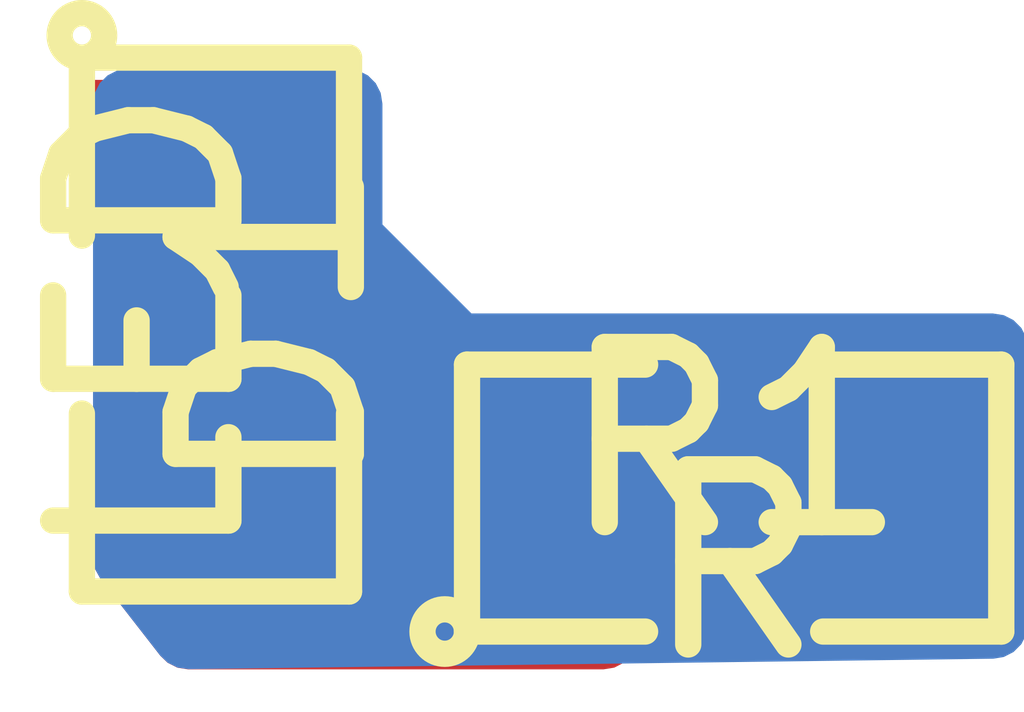
<source format=kicad_pcb>
(kicad_pcb (version 4) (host pcbnew "(2015-02-01 BZR 5398)-product")

  (general
    (links 1)
    (no_connects 0)
    (area 0 0 0 0)
    (thickness 1.6)
    (drawings 0)
    (tracks 2)
    (zones 0)
    (modules 2)
    (nets 2)
  )

  (page A4)
  (layers
    (0 F.Cu signal)
    (31 B.Cu signal)
    (32 B.Adhes user)
    (33 F.Adhes user)
    (34 B.Paste user)
    (35 F.Paste user)
    (36 B.SilkS user)
    (37 F.SilkS user)
    (38 B.Mask user)
    (39 F.Mask user)
    (40 Dwgs.User user)
    (41 Cmts.User user)
    (42 Eco1.User user)
    (43 Eco2.User user)
    (44 Edge.Cuts user)
    (45 Margin user)
    (46 B.CrtYd user)
    (47 F.CrtYd user)
    (48 B.Fab user)
    (49 F.Fab user)
  )

  (setup
    (last_trace_width 0.254)
    (trace_clearance 0.254)
    (zone_clearance 0.508)
    (zone_45_only no)
    (trace_min 0.254)
    (segment_width 0.2)
    (edge_width 0.1)
    (via_size 0.889)
    (via_drill 0.635)
    (via_min_size 0.889)
    (via_min_drill 0.508)
    (uvia_size 0.508)
    (uvia_drill 0.127)
    (uvias_allowed no)
    (uvia_min_size 0.508)
    (uvia_min_drill 0.127)
    (pcb_text_width 0.3)
    (pcb_text_size 1.5 1.5)
    (mod_edge_width 0.15)
    (mod_text_size 1 1)
    (mod_text_width 0.15)
    (pad_size 1.5 1.5)
    (pad_drill 0.6)
    (pad_to_mask_clearance 0)
    (aux_axis_origin 0 0)
    (visible_elements FFFFFF7F)
    (pcbplotparams
      (layerselection 0x00030_80000001)
      (usegerberextensions false)
      (excludeedgelayer true)
      (linewidth 0.100000)
      (plotframeref false)
      (viasonmask false)
      (mode 1)
      (useauxorigin false)
      (hpglpennumber 1)
      (hpglpenspeed 20)
      (hpglpendiameter 15)
      (hpglpenoverlay 2)
      (psnegative false)
      (psa4output false)
      (plotreference true)
      (plotvalue true)
      (plotinvisibletext false)
      (padsonsilk false)
      (subtractmaskfromsilk false)
      (outputformat 1)
      (mirror false)
      (drillshape 1)
      (scaleselection 1)
      (outputdirectory ""))
  )

  (net 0 "")
  (net 1 "Net-(D1-Pad2)")

  (net_class Default "This is the default net class."
    (clearance 0.254)
    (trace_width 0.254)
    (via_dia 0.889)
    (via_drill 0.635)
    (uvia_dia 0.508)
    (uvia_drill 0.127)
    (add_net "Net-(D1-Pad2)")
  )

  (module SMD_Packages:SMD-0805 (layer F.Cu) (tedit 54CEC327) (tstamp 54CEC33F)
    (at 145.542 104.013 270)
    (path /54CE0528)
    (attr smd)
    (fp_text reference D1 (at 0 -0.3175 270) (layer F.SilkS)
      (effects (font (size 1 1) (thickness 0.15)))
    )
    (fp_text value LED (at 0 0.381 270) (layer F.SilkS)
      (effects (font (size 1 1) (thickness 0.15)))
    )
    (fp_circle (center -1.651 0.762) (end -1.651 0.635) (layer F.SilkS) (width 0.15))
    (fp_line (start -0.508 0.762) (end -1.524 0.762) (layer F.SilkS) (width 0.15))
    (fp_line (start -1.524 0.762) (end -1.524 -0.762) (layer F.SilkS) (width 0.15))
    (fp_line (start -1.524 -0.762) (end -0.508 -0.762) (layer F.SilkS) (width 0.15))
    (fp_line (start 0.508 -0.762) (end 1.524 -0.762) (layer F.SilkS) (width 0.15))
    (fp_line (start 1.524 -0.762) (end 1.524 0.762) (layer F.SilkS) (width 0.15))
    (fp_line (start 1.524 0.762) (end 0.508 0.762) (layer F.SilkS) (width 0.15))
    (pad 1 smd rect (at -0.9525 0 270) (size 0.889 1.397) (layers F.Cu F.Paste F.Mask))
    (pad 2 smd rect (at 0.9525 0 270) (size 0.889 1.397) (layers F.Cu F.Paste F.Mask)
      (net 1 "Net-(D1-Pad2)"))
    (model SMD_Packages/SMD-0805.wrl
      (at (xyz 0 0 0))
      (scale (xyz 0.1 0.1 0.1))
      (rotate (xyz 0 0 0))
    )
  )

  (module SMD_Packages:SMD-0805 (layer F.Cu) (tedit 54CEC327) (tstamp 54CEC34C)
    (at 148.5011 105.0036)
    (path /54CE04A8)
    (attr smd)
    (fp_text reference R1 (at 0 -0.3175) (layer F.SilkS)
      (effects (font (size 1 1) (thickness 0.15)))
    )
    (fp_text value R (at 0 0.381) (layer F.SilkS)
      (effects (font (size 1 1) (thickness 0.15)))
    )
    (fp_circle (center -1.651 0.762) (end -1.651 0.635) (layer F.SilkS) (width 0.15))
    (fp_line (start -0.508 0.762) (end -1.524 0.762) (layer F.SilkS) (width 0.15))
    (fp_line (start -1.524 0.762) (end -1.524 -0.762) (layer F.SilkS) (width 0.15))
    (fp_line (start -1.524 -0.762) (end -0.508 -0.762) (layer F.SilkS) (width 0.15))
    (fp_line (start 0.508 -0.762) (end 1.524 -0.762) (layer F.SilkS) (width 0.15))
    (fp_line (start 1.524 -0.762) (end 1.524 0.762) (layer F.SilkS) (width 0.15))
    (fp_line (start 1.524 0.762) (end 0.508 0.762) (layer F.SilkS) (width 0.15))
    (pad 1 smd rect (at -0.9525 0) (size 0.889 1.397) (layers F.Cu F.Paste F.Mask)
      (net 1 "Net-(D1-Pad2)"))
    (pad 2 smd rect (at 0.9525 0) (size 0.889 1.397) (layers F.Cu F.Paste F.Mask))
    (model SMD_Packages/SMD-0805.wrl
      (at (xyz 0 0 0))
      (scale (xyz 0.1 0.1 0.1))
      (rotate (xyz 0 0 0))
    )
  )

  (segment (start 145.542 104.9655) (end 147.5105 104.9655) (width 0.254) (layer F.Cu) (net 1) (status C00000))
  (segment (start 147.5105 104.9655) (end 147.5486 105.0036) (width 0.254) (layer F.Cu) (net 1) (tstamp 54CEC3A1) (status C00000))

  (zone (net 1) (net_name "Net-(D1-Pad2)") (layer F.Cu) (tstamp 54CEC3B6) (hatch edge 0.508)
    (connect_pads yes (clearance 0.508))
    (min_thickness 0.4)
    (fill yes (arc_segments 16) (thermal_gap 0.508) (thermal_bridge_width 0.508))
    (polygon
      (pts
        (xy 144.8435 104.521) (xy 144.8435 105.41) (xy 145.288 105.9815) (xy 147.955 105.9815) (xy 147.955 104.521)
      )
    )
    (filled_polygon
      (pts
        (xy 147.755 105.7815) (xy 145.385817 105.7815) (xy 145.0435 105.341378) (xy 145.0435 104.721) (xy 147.755 104.721)
        (xy 147.755 105.7815)
      )
    )
  )
  (zone (net 0) (net_name "") (layer B.Cu) (tstamp 54CEC3E8) (hatch edge 0.508)
    (connect_pads yes (clearance 0.508))
    (min_thickness 0.4)
    (fill yes (arc_segments 16) (thermal_gap 0.508) (thermal_bridge_width 0.508))
    (polygon
      (pts
        (xy 144.8435 102.5525) (xy 144.8435 105.41) (xy 145.288 105.9815) (xy 150.1775 105.918) (xy 150.1775 103.9495)
        (xy 147.0025 103.9495) (xy 146.4945 103.4415) (xy 146.4945 102.5525)
      )
    )
    (filled_polygon
      (pts
        (xy 149.9775 105.720581) (xy 145.384826 105.780226) (xy 145.0435 105.341378) (xy 145.0435 102.7525) (xy 146.2945 102.7525)
        (xy 146.2945 103.524343) (xy 146.919657 104.1495) (xy 149.9775 104.1495) (xy 149.9775 105.720581)
      )
    )
  )
)

</source>
